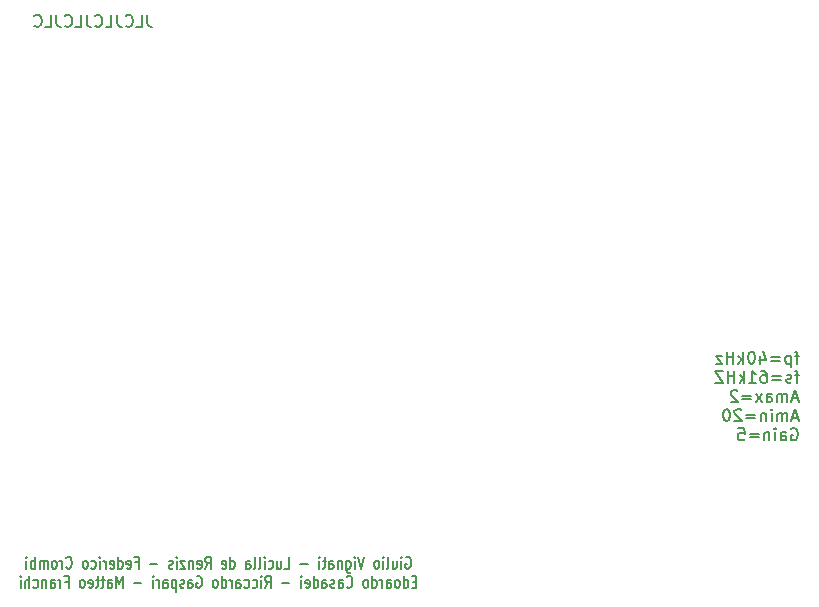
<source format=gbr>
%TF.GenerationSoftware,KiCad,Pcbnew,7.0.1*%
%TF.CreationDate,2024-05-30T20:12:37+02:00*%
%TF.ProjectId,Butterworth,42757474-6572-4776-9f72-74682e6b6963,rev?*%
%TF.SameCoordinates,Original*%
%TF.FileFunction,Legend,Bot*%
%TF.FilePolarity,Positive*%
%FSLAX46Y46*%
G04 Gerber Fmt 4.6, Leading zero omitted, Abs format (unit mm)*
G04 Created by KiCad (PCBNEW 7.0.1) date 2024-05-30 20:12:37*
%MOMM*%
%LPD*%
G01*
G04 APERTURE LIST*
%ADD10C,0.150000*%
G04 APERTURE END LIST*
D10*
X148654761Y-73230952D02*
X148273809Y-73230952D01*
X148511904Y-73897619D02*
X148511904Y-73040476D01*
X148511904Y-73040476D02*
X148464285Y-72945238D01*
X148464285Y-72945238D02*
X148369047Y-72897619D01*
X148369047Y-72897619D02*
X148273809Y-72897619D01*
X147940475Y-73230952D02*
X147940475Y-74230952D01*
X147940475Y-73278571D02*
X147845237Y-73230952D01*
X147845237Y-73230952D02*
X147654761Y-73230952D01*
X147654761Y-73230952D02*
X147559523Y-73278571D01*
X147559523Y-73278571D02*
X147511904Y-73326190D01*
X147511904Y-73326190D02*
X147464285Y-73421428D01*
X147464285Y-73421428D02*
X147464285Y-73707142D01*
X147464285Y-73707142D02*
X147511904Y-73802380D01*
X147511904Y-73802380D02*
X147559523Y-73850000D01*
X147559523Y-73850000D02*
X147654761Y-73897619D01*
X147654761Y-73897619D02*
X147845237Y-73897619D01*
X147845237Y-73897619D02*
X147940475Y-73850000D01*
X147035713Y-73373809D02*
X146273809Y-73373809D01*
X146273809Y-73659523D02*
X147035713Y-73659523D01*
X145369047Y-73230952D02*
X145369047Y-73897619D01*
X145607142Y-72850000D02*
X145845237Y-73564285D01*
X145845237Y-73564285D02*
X145226190Y-73564285D01*
X144654761Y-72897619D02*
X144559523Y-72897619D01*
X144559523Y-72897619D02*
X144464285Y-72945238D01*
X144464285Y-72945238D02*
X144416666Y-72992857D01*
X144416666Y-72992857D02*
X144369047Y-73088095D01*
X144369047Y-73088095D02*
X144321428Y-73278571D01*
X144321428Y-73278571D02*
X144321428Y-73516666D01*
X144321428Y-73516666D02*
X144369047Y-73707142D01*
X144369047Y-73707142D02*
X144416666Y-73802380D01*
X144416666Y-73802380D02*
X144464285Y-73850000D01*
X144464285Y-73850000D02*
X144559523Y-73897619D01*
X144559523Y-73897619D02*
X144654761Y-73897619D01*
X144654761Y-73897619D02*
X144749999Y-73850000D01*
X144749999Y-73850000D02*
X144797618Y-73802380D01*
X144797618Y-73802380D02*
X144845237Y-73707142D01*
X144845237Y-73707142D02*
X144892856Y-73516666D01*
X144892856Y-73516666D02*
X144892856Y-73278571D01*
X144892856Y-73278571D02*
X144845237Y-73088095D01*
X144845237Y-73088095D02*
X144797618Y-72992857D01*
X144797618Y-72992857D02*
X144749999Y-72945238D01*
X144749999Y-72945238D02*
X144654761Y-72897619D01*
X143892856Y-73897619D02*
X143892856Y-72897619D01*
X143797618Y-73516666D02*
X143511904Y-73897619D01*
X143511904Y-73230952D02*
X143892856Y-73611904D01*
X143083332Y-73897619D02*
X143083332Y-72897619D01*
X143083332Y-73373809D02*
X142511904Y-73373809D01*
X142511904Y-73897619D02*
X142511904Y-72897619D01*
X142130951Y-73230952D02*
X141607142Y-73230952D01*
X141607142Y-73230952D02*
X142130951Y-73897619D01*
X142130951Y-73897619D02*
X141607142Y-73897619D01*
X148654761Y-74850952D02*
X148273809Y-74850952D01*
X148511904Y-75517619D02*
X148511904Y-74660476D01*
X148511904Y-74660476D02*
X148464285Y-74565238D01*
X148464285Y-74565238D02*
X148369047Y-74517619D01*
X148369047Y-74517619D02*
X148273809Y-74517619D01*
X147988094Y-75470000D02*
X147892856Y-75517619D01*
X147892856Y-75517619D02*
X147702380Y-75517619D01*
X147702380Y-75517619D02*
X147607142Y-75470000D01*
X147607142Y-75470000D02*
X147559523Y-75374761D01*
X147559523Y-75374761D02*
X147559523Y-75327142D01*
X147559523Y-75327142D02*
X147607142Y-75231904D01*
X147607142Y-75231904D02*
X147702380Y-75184285D01*
X147702380Y-75184285D02*
X147845237Y-75184285D01*
X147845237Y-75184285D02*
X147940475Y-75136666D01*
X147940475Y-75136666D02*
X147988094Y-75041428D01*
X147988094Y-75041428D02*
X147988094Y-74993809D01*
X147988094Y-74993809D02*
X147940475Y-74898571D01*
X147940475Y-74898571D02*
X147845237Y-74850952D01*
X147845237Y-74850952D02*
X147702380Y-74850952D01*
X147702380Y-74850952D02*
X147607142Y-74898571D01*
X147130951Y-74993809D02*
X146369047Y-74993809D01*
X146369047Y-75279523D02*
X147130951Y-75279523D01*
X145464285Y-74517619D02*
X145654761Y-74517619D01*
X145654761Y-74517619D02*
X145749999Y-74565238D01*
X145749999Y-74565238D02*
X145797618Y-74612857D01*
X145797618Y-74612857D02*
X145892856Y-74755714D01*
X145892856Y-74755714D02*
X145940475Y-74946190D01*
X145940475Y-74946190D02*
X145940475Y-75327142D01*
X145940475Y-75327142D02*
X145892856Y-75422380D01*
X145892856Y-75422380D02*
X145845237Y-75470000D01*
X145845237Y-75470000D02*
X145749999Y-75517619D01*
X145749999Y-75517619D02*
X145559523Y-75517619D01*
X145559523Y-75517619D02*
X145464285Y-75470000D01*
X145464285Y-75470000D02*
X145416666Y-75422380D01*
X145416666Y-75422380D02*
X145369047Y-75327142D01*
X145369047Y-75327142D02*
X145369047Y-75089047D01*
X145369047Y-75089047D02*
X145416666Y-74993809D01*
X145416666Y-74993809D02*
X145464285Y-74946190D01*
X145464285Y-74946190D02*
X145559523Y-74898571D01*
X145559523Y-74898571D02*
X145749999Y-74898571D01*
X145749999Y-74898571D02*
X145845237Y-74946190D01*
X145845237Y-74946190D02*
X145892856Y-74993809D01*
X145892856Y-74993809D02*
X145940475Y-75089047D01*
X144416666Y-75517619D02*
X144988094Y-75517619D01*
X144702380Y-75517619D02*
X144702380Y-74517619D01*
X144702380Y-74517619D02*
X144797618Y-74660476D01*
X144797618Y-74660476D02*
X144892856Y-74755714D01*
X144892856Y-74755714D02*
X144988094Y-74803333D01*
X143988094Y-75517619D02*
X143988094Y-74517619D01*
X143892856Y-75136666D02*
X143607142Y-75517619D01*
X143607142Y-74850952D02*
X143988094Y-75231904D01*
X143178570Y-75517619D02*
X143178570Y-74517619D01*
X143178570Y-74993809D02*
X142607142Y-74993809D01*
X142607142Y-75517619D02*
X142607142Y-74517619D01*
X142226189Y-74517619D02*
X141559523Y-74517619D01*
X141559523Y-74517619D02*
X142226189Y-75517619D01*
X142226189Y-75517619D02*
X141559523Y-75517619D01*
X148559523Y-76851904D02*
X148083333Y-76851904D01*
X148654761Y-77137619D02*
X148321428Y-76137619D01*
X148321428Y-76137619D02*
X147988095Y-77137619D01*
X147654761Y-77137619D02*
X147654761Y-76470952D01*
X147654761Y-76566190D02*
X147607142Y-76518571D01*
X147607142Y-76518571D02*
X147511904Y-76470952D01*
X147511904Y-76470952D02*
X147369047Y-76470952D01*
X147369047Y-76470952D02*
X147273809Y-76518571D01*
X147273809Y-76518571D02*
X147226190Y-76613809D01*
X147226190Y-76613809D02*
X147226190Y-77137619D01*
X147226190Y-76613809D02*
X147178571Y-76518571D01*
X147178571Y-76518571D02*
X147083333Y-76470952D01*
X147083333Y-76470952D02*
X146940476Y-76470952D01*
X146940476Y-76470952D02*
X146845237Y-76518571D01*
X146845237Y-76518571D02*
X146797618Y-76613809D01*
X146797618Y-76613809D02*
X146797618Y-77137619D01*
X145892857Y-77137619D02*
X145892857Y-76613809D01*
X145892857Y-76613809D02*
X145940476Y-76518571D01*
X145940476Y-76518571D02*
X146035714Y-76470952D01*
X146035714Y-76470952D02*
X146226190Y-76470952D01*
X146226190Y-76470952D02*
X146321428Y-76518571D01*
X145892857Y-77090000D02*
X145988095Y-77137619D01*
X145988095Y-77137619D02*
X146226190Y-77137619D01*
X146226190Y-77137619D02*
X146321428Y-77090000D01*
X146321428Y-77090000D02*
X146369047Y-76994761D01*
X146369047Y-76994761D02*
X146369047Y-76899523D01*
X146369047Y-76899523D02*
X146321428Y-76804285D01*
X146321428Y-76804285D02*
X146226190Y-76756666D01*
X146226190Y-76756666D02*
X145988095Y-76756666D01*
X145988095Y-76756666D02*
X145892857Y-76709047D01*
X145511904Y-77137619D02*
X144988095Y-76470952D01*
X145511904Y-76470952D02*
X144988095Y-77137619D01*
X144607142Y-76613809D02*
X143845238Y-76613809D01*
X143845238Y-76899523D02*
X144607142Y-76899523D01*
X143416666Y-76232857D02*
X143369047Y-76185238D01*
X143369047Y-76185238D02*
X143273809Y-76137619D01*
X143273809Y-76137619D02*
X143035714Y-76137619D01*
X143035714Y-76137619D02*
X142940476Y-76185238D01*
X142940476Y-76185238D02*
X142892857Y-76232857D01*
X142892857Y-76232857D02*
X142845238Y-76328095D01*
X142845238Y-76328095D02*
X142845238Y-76423333D01*
X142845238Y-76423333D02*
X142892857Y-76566190D01*
X142892857Y-76566190D02*
X143464285Y-77137619D01*
X143464285Y-77137619D02*
X142845238Y-77137619D01*
X148559523Y-78471904D02*
X148083333Y-78471904D01*
X148654761Y-78757619D02*
X148321428Y-77757619D01*
X148321428Y-77757619D02*
X147988095Y-78757619D01*
X147654761Y-78757619D02*
X147654761Y-78090952D01*
X147654761Y-78186190D02*
X147607142Y-78138571D01*
X147607142Y-78138571D02*
X147511904Y-78090952D01*
X147511904Y-78090952D02*
X147369047Y-78090952D01*
X147369047Y-78090952D02*
X147273809Y-78138571D01*
X147273809Y-78138571D02*
X147226190Y-78233809D01*
X147226190Y-78233809D02*
X147226190Y-78757619D01*
X147226190Y-78233809D02*
X147178571Y-78138571D01*
X147178571Y-78138571D02*
X147083333Y-78090952D01*
X147083333Y-78090952D02*
X146940476Y-78090952D01*
X146940476Y-78090952D02*
X146845237Y-78138571D01*
X146845237Y-78138571D02*
X146797618Y-78233809D01*
X146797618Y-78233809D02*
X146797618Y-78757619D01*
X146321428Y-78757619D02*
X146321428Y-78090952D01*
X146321428Y-77757619D02*
X146369047Y-77805238D01*
X146369047Y-77805238D02*
X146321428Y-77852857D01*
X146321428Y-77852857D02*
X146273809Y-77805238D01*
X146273809Y-77805238D02*
X146321428Y-77757619D01*
X146321428Y-77757619D02*
X146321428Y-77852857D01*
X145845238Y-78090952D02*
X145845238Y-78757619D01*
X145845238Y-78186190D02*
X145797619Y-78138571D01*
X145797619Y-78138571D02*
X145702381Y-78090952D01*
X145702381Y-78090952D02*
X145559524Y-78090952D01*
X145559524Y-78090952D02*
X145464286Y-78138571D01*
X145464286Y-78138571D02*
X145416667Y-78233809D01*
X145416667Y-78233809D02*
X145416667Y-78757619D01*
X144940476Y-78233809D02*
X144178572Y-78233809D01*
X144178572Y-78519523D02*
X144940476Y-78519523D01*
X143750000Y-77852857D02*
X143702381Y-77805238D01*
X143702381Y-77805238D02*
X143607143Y-77757619D01*
X143607143Y-77757619D02*
X143369048Y-77757619D01*
X143369048Y-77757619D02*
X143273810Y-77805238D01*
X143273810Y-77805238D02*
X143226191Y-77852857D01*
X143226191Y-77852857D02*
X143178572Y-77948095D01*
X143178572Y-77948095D02*
X143178572Y-78043333D01*
X143178572Y-78043333D02*
X143226191Y-78186190D01*
X143226191Y-78186190D02*
X143797619Y-78757619D01*
X143797619Y-78757619D02*
X143178572Y-78757619D01*
X142559524Y-77757619D02*
X142464286Y-77757619D01*
X142464286Y-77757619D02*
X142369048Y-77805238D01*
X142369048Y-77805238D02*
X142321429Y-77852857D01*
X142321429Y-77852857D02*
X142273810Y-77948095D01*
X142273810Y-77948095D02*
X142226191Y-78138571D01*
X142226191Y-78138571D02*
X142226191Y-78376666D01*
X142226191Y-78376666D02*
X142273810Y-78567142D01*
X142273810Y-78567142D02*
X142321429Y-78662380D01*
X142321429Y-78662380D02*
X142369048Y-78710000D01*
X142369048Y-78710000D02*
X142464286Y-78757619D01*
X142464286Y-78757619D02*
X142559524Y-78757619D01*
X142559524Y-78757619D02*
X142654762Y-78710000D01*
X142654762Y-78710000D02*
X142702381Y-78662380D01*
X142702381Y-78662380D02*
X142750000Y-78567142D01*
X142750000Y-78567142D02*
X142797619Y-78376666D01*
X142797619Y-78376666D02*
X142797619Y-78138571D01*
X142797619Y-78138571D02*
X142750000Y-77948095D01*
X142750000Y-77948095D02*
X142702381Y-77852857D01*
X142702381Y-77852857D02*
X142654762Y-77805238D01*
X142654762Y-77805238D02*
X142559524Y-77757619D01*
X147988095Y-79425238D02*
X148083333Y-79377619D01*
X148083333Y-79377619D02*
X148226190Y-79377619D01*
X148226190Y-79377619D02*
X148369047Y-79425238D01*
X148369047Y-79425238D02*
X148464285Y-79520476D01*
X148464285Y-79520476D02*
X148511904Y-79615714D01*
X148511904Y-79615714D02*
X148559523Y-79806190D01*
X148559523Y-79806190D02*
X148559523Y-79949047D01*
X148559523Y-79949047D02*
X148511904Y-80139523D01*
X148511904Y-80139523D02*
X148464285Y-80234761D01*
X148464285Y-80234761D02*
X148369047Y-80330000D01*
X148369047Y-80330000D02*
X148226190Y-80377619D01*
X148226190Y-80377619D02*
X148130952Y-80377619D01*
X148130952Y-80377619D02*
X147988095Y-80330000D01*
X147988095Y-80330000D02*
X147940476Y-80282380D01*
X147940476Y-80282380D02*
X147940476Y-79949047D01*
X147940476Y-79949047D02*
X148130952Y-79949047D01*
X147083333Y-80377619D02*
X147083333Y-79853809D01*
X147083333Y-79853809D02*
X147130952Y-79758571D01*
X147130952Y-79758571D02*
X147226190Y-79710952D01*
X147226190Y-79710952D02*
X147416666Y-79710952D01*
X147416666Y-79710952D02*
X147511904Y-79758571D01*
X147083333Y-80330000D02*
X147178571Y-80377619D01*
X147178571Y-80377619D02*
X147416666Y-80377619D01*
X147416666Y-80377619D02*
X147511904Y-80330000D01*
X147511904Y-80330000D02*
X147559523Y-80234761D01*
X147559523Y-80234761D02*
X147559523Y-80139523D01*
X147559523Y-80139523D02*
X147511904Y-80044285D01*
X147511904Y-80044285D02*
X147416666Y-79996666D01*
X147416666Y-79996666D02*
X147178571Y-79996666D01*
X147178571Y-79996666D02*
X147083333Y-79949047D01*
X146607142Y-80377619D02*
X146607142Y-79710952D01*
X146607142Y-79377619D02*
X146654761Y-79425238D01*
X146654761Y-79425238D02*
X146607142Y-79472857D01*
X146607142Y-79472857D02*
X146559523Y-79425238D01*
X146559523Y-79425238D02*
X146607142Y-79377619D01*
X146607142Y-79377619D02*
X146607142Y-79472857D01*
X146130952Y-79710952D02*
X146130952Y-80377619D01*
X146130952Y-79806190D02*
X146083333Y-79758571D01*
X146083333Y-79758571D02*
X145988095Y-79710952D01*
X145988095Y-79710952D02*
X145845238Y-79710952D01*
X145845238Y-79710952D02*
X145750000Y-79758571D01*
X145750000Y-79758571D02*
X145702381Y-79853809D01*
X145702381Y-79853809D02*
X145702381Y-80377619D01*
X145226190Y-79853809D02*
X144464286Y-79853809D01*
X144464286Y-80139523D02*
X145226190Y-80139523D01*
X143511905Y-79377619D02*
X143988095Y-79377619D01*
X143988095Y-79377619D02*
X144035714Y-79853809D01*
X144035714Y-79853809D02*
X143988095Y-79806190D01*
X143988095Y-79806190D02*
X143892857Y-79758571D01*
X143892857Y-79758571D02*
X143654762Y-79758571D01*
X143654762Y-79758571D02*
X143559524Y-79806190D01*
X143559524Y-79806190D02*
X143511905Y-79853809D01*
X143511905Y-79853809D02*
X143464286Y-79949047D01*
X143464286Y-79949047D02*
X143464286Y-80187142D01*
X143464286Y-80187142D02*
X143511905Y-80282380D01*
X143511905Y-80282380D02*
X143559524Y-80330000D01*
X143559524Y-80330000D02*
X143654762Y-80377619D01*
X143654762Y-80377619D02*
X143892857Y-80377619D01*
X143892857Y-80377619D02*
X143988095Y-80330000D01*
X143988095Y-80330000D02*
X144035714Y-80282380D01*
X115347620Y-90305238D02*
X115423810Y-90257619D01*
X115423810Y-90257619D02*
X115538096Y-90257619D01*
X115538096Y-90257619D02*
X115652382Y-90305238D01*
X115652382Y-90305238D02*
X115728572Y-90400476D01*
X115728572Y-90400476D02*
X115766667Y-90495714D01*
X115766667Y-90495714D02*
X115804763Y-90686190D01*
X115804763Y-90686190D02*
X115804763Y-90829047D01*
X115804763Y-90829047D02*
X115766667Y-91019523D01*
X115766667Y-91019523D02*
X115728572Y-91114761D01*
X115728572Y-91114761D02*
X115652382Y-91210000D01*
X115652382Y-91210000D02*
X115538096Y-91257619D01*
X115538096Y-91257619D02*
X115461905Y-91257619D01*
X115461905Y-91257619D02*
X115347620Y-91210000D01*
X115347620Y-91210000D02*
X115309524Y-91162380D01*
X115309524Y-91162380D02*
X115309524Y-90829047D01*
X115309524Y-90829047D02*
X115461905Y-90829047D01*
X114966667Y-91257619D02*
X114966667Y-90590952D01*
X114966667Y-90257619D02*
X115004763Y-90305238D01*
X115004763Y-90305238D02*
X114966667Y-90352857D01*
X114966667Y-90352857D02*
X114928572Y-90305238D01*
X114928572Y-90305238D02*
X114966667Y-90257619D01*
X114966667Y-90257619D02*
X114966667Y-90352857D01*
X114242858Y-90590952D02*
X114242858Y-91257619D01*
X114585715Y-90590952D02*
X114585715Y-91114761D01*
X114585715Y-91114761D02*
X114547620Y-91210000D01*
X114547620Y-91210000D02*
X114471430Y-91257619D01*
X114471430Y-91257619D02*
X114357144Y-91257619D01*
X114357144Y-91257619D02*
X114280953Y-91210000D01*
X114280953Y-91210000D02*
X114242858Y-91162380D01*
X113747620Y-91257619D02*
X113823810Y-91210000D01*
X113823810Y-91210000D02*
X113861905Y-91114761D01*
X113861905Y-91114761D02*
X113861905Y-90257619D01*
X113442857Y-91257619D02*
X113442857Y-90590952D01*
X113442857Y-90257619D02*
X113480953Y-90305238D01*
X113480953Y-90305238D02*
X113442857Y-90352857D01*
X113442857Y-90352857D02*
X113404762Y-90305238D01*
X113404762Y-90305238D02*
X113442857Y-90257619D01*
X113442857Y-90257619D02*
X113442857Y-90352857D01*
X112947620Y-91257619D02*
X113023810Y-91210000D01*
X113023810Y-91210000D02*
X113061905Y-91162380D01*
X113061905Y-91162380D02*
X113100001Y-91067142D01*
X113100001Y-91067142D02*
X113100001Y-90781428D01*
X113100001Y-90781428D02*
X113061905Y-90686190D01*
X113061905Y-90686190D02*
X113023810Y-90638571D01*
X113023810Y-90638571D02*
X112947620Y-90590952D01*
X112947620Y-90590952D02*
X112833334Y-90590952D01*
X112833334Y-90590952D02*
X112757143Y-90638571D01*
X112757143Y-90638571D02*
X112719048Y-90686190D01*
X112719048Y-90686190D02*
X112680953Y-90781428D01*
X112680953Y-90781428D02*
X112680953Y-91067142D01*
X112680953Y-91067142D02*
X112719048Y-91162380D01*
X112719048Y-91162380D02*
X112757143Y-91210000D01*
X112757143Y-91210000D02*
X112833334Y-91257619D01*
X112833334Y-91257619D02*
X112947620Y-91257619D01*
X111842857Y-90257619D02*
X111576190Y-91257619D01*
X111576190Y-91257619D02*
X111309524Y-90257619D01*
X111042857Y-91257619D02*
X111042857Y-90590952D01*
X111042857Y-90257619D02*
X111080953Y-90305238D01*
X111080953Y-90305238D02*
X111042857Y-90352857D01*
X111042857Y-90352857D02*
X111004762Y-90305238D01*
X111004762Y-90305238D02*
X111042857Y-90257619D01*
X111042857Y-90257619D02*
X111042857Y-90352857D01*
X110319048Y-90590952D02*
X110319048Y-91400476D01*
X110319048Y-91400476D02*
X110357143Y-91495714D01*
X110357143Y-91495714D02*
X110395239Y-91543333D01*
X110395239Y-91543333D02*
X110471429Y-91590952D01*
X110471429Y-91590952D02*
X110585715Y-91590952D01*
X110585715Y-91590952D02*
X110661905Y-91543333D01*
X110319048Y-91210000D02*
X110395239Y-91257619D01*
X110395239Y-91257619D02*
X110547620Y-91257619D01*
X110547620Y-91257619D02*
X110623810Y-91210000D01*
X110623810Y-91210000D02*
X110661905Y-91162380D01*
X110661905Y-91162380D02*
X110700001Y-91067142D01*
X110700001Y-91067142D02*
X110700001Y-90781428D01*
X110700001Y-90781428D02*
X110661905Y-90686190D01*
X110661905Y-90686190D02*
X110623810Y-90638571D01*
X110623810Y-90638571D02*
X110547620Y-90590952D01*
X110547620Y-90590952D02*
X110395239Y-90590952D01*
X110395239Y-90590952D02*
X110319048Y-90638571D01*
X109938095Y-90590952D02*
X109938095Y-91257619D01*
X109938095Y-90686190D02*
X109900000Y-90638571D01*
X109900000Y-90638571D02*
X109823810Y-90590952D01*
X109823810Y-90590952D02*
X109709524Y-90590952D01*
X109709524Y-90590952D02*
X109633333Y-90638571D01*
X109633333Y-90638571D02*
X109595238Y-90733809D01*
X109595238Y-90733809D02*
X109595238Y-91257619D01*
X108871428Y-91257619D02*
X108871428Y-90733809D01*
X108871428Y-90733809D02*
X108909523Y-90638571D01*
X108909523Y-90638571D02*
X108985714Y-90590952D01*
X108985714Y-90590952D02*
X109138095Y-90590952D01*
X109138095Y-90590952D02*
X109214285Y-90638571D01*
X108871428Y-91210000D02*
X108947619Y-91257619D01*
X108947619Y-91257619D02*
X109138095Y-91257619D01*
X109138095Y-91257619D02*
X109214285Y-91210000D01*
X109214285Y-91210000D02*
X109252381Y-91114761D01*
X109252381Y-91114761D02*
X109252381Y-91019523D01*
X109252381Y-91019523D02*
X109214285Y-90924285D01*
X109214285Y-90924285D02*
X109138095Y-90876666D01*
X109138095Y-90876666D02*
X108947619Y-90876666D01*
X108947619Y-90876666D02*
X108871428Y-90829047D01*
X108604761Y-90590952D02*
X108299999Y-90590952D01*
X108490475Y-90257619D02*
X108490475Y-91114761D01*
X108490475Y-91114761D02*
X108452380Y-91210000D01*
X108452380Y-91210000D02*
X108376190Y-91257619D01*
X108376190Y-91257619D02*
X108299999Y-91257619D01*
X108033332Y-91257619D02*
X108033332Y-90590952D01*
X108033332Y-90257619D02*
X108071428Y-90305238D01*
X108071428Y-90305238D02*
X108033332Y-90352857D01*
X108033332Y-90352857D02*
X107995237Y-90305238D01*
X107995237Y-90305238D02*
X108033332Y-90257619D01*
X108033332Y-90257619D02*
X108033332Y-90352857D01*
X107042856Y-90876666D02*
X106433333Y-90876666D01*
X105061904Y-91257619D02*
X105442856Y-91257619D01*
X105442856Y-91257619D02*
X105442856Y-90257619D01*
X104452380Y-90590952D02*
X104452380Y-91257619D01*
X104795237Y-90590952D02*
X104795237Y-91114761D01*
X104795237Y-91114761D02*
X104757142Y-91210000D01*
X104757142Y-91210000D02*
X104680952Y-91257619D01*
X104680952Y-91257619D02*
X104566666Y-91257619D01*
X104566666Y-91257619D02*
X104490475Y-91210000D01*
X104490475Y-91210000D02*
X104452380Y-91162380D01*
X103728570Y-91210000D02*
X103804761Y-91257619D01*
X103804761Y-91257619D02*
X103957142Y-91257619D01*
X103957142Y-91257619D02*
X104033332Y-91210000D01*
X104033332Y-91210000D02*
X104071427Y-91162380D01*
X104071427Y-91162380D02*
X104109523Y-91067142D01*
X104109523Y-91067142D02*
X104109523Y-90781428D01*
X104109523Y-90781428D02*
X104071427Y-90686190D01*
X104071427Y-90686190D02*
X104033332Y-90638571D01*
X104033332Y-90638571D02*
X103957142Y-90590952D01*
X103957142Y-90590952D02*
X103804761Y-90590952D01*
X103804761Y-90590952D02*
X103728570Y-90638571D01*
X103385713Y-91257619D02*
X103385713Y-90590952D01*
X103385713Y-90257619D02*
X103423809Y-90305238D01*
X103423809Y-90305238D02*
X103385713Y-90352857D01*
X103385713Y-90352857D02*
X103347618Y-90305238D01*
X103347618Y-90305238D02*
X103385713Y-90257619D01*
X103385713Y-90257619D02*
X103385713Y-90352857D01*
X102890476Y-91257619D02*
X102966666Y-91210000D01*
X102966666Y-91210000D02*
X103004761Y-91114761D01*
X103004761Y-91114761D02*
X103004761Y-90257619D01*
X102471428Y-91257619D02*
X102547618Y-91210000D01*
X102547618Y-91210000D02*
X102585713Y-91114761D01*
X102585713Y-91114761D02*
X102585713Y-90257619D01*
X101823808Y-91257619D02*
X101823808Y-90733809D01*
X101823808Y-90733809D02*
X101861903Y-90638571D01*
X101861903Y-90638571D02*
X101938094Y-90590952D01*
X101938094Y-90590952D02*
X102090475Y-90590952D01*
X102090475Y-90590952D02*
X102166665Y-90638571D01*
X101823808Y-91210000D02*
X101899999Y-91257619D01*
X101899999Y-91257619D02*
X102090475Y-91257619D01*
X102090475Y-91257619D02*
X102166665Y-91210000D01*
X102166665Y-91210000D02*
X102204761Y-91114761D01*
X102204761Y-91114761D02*
X102204761Y-91019523D01*
X102204761Y-91019523D02*
X102166665Y-90924285D01*
X102166665Y-90924285D02*
X102090475Y-90876666D01*
X102090475Y-90876666D02*
X101899999Y-90876666D01*
X101899999Y-90876666D02*
X101823808Y-90829047D01*
X100490474Y-91257619D02*
X100490474Y-90257619D01*
X100490474Y-91210000D02*
X100566665Y-91257619D01*
X100566665Y-91257619D02*
X100719046Y-91257619D01*
X100719046Y-91257619D02*
X100795236Y-91210000D01*
X100795236Y-91210000D02*
X100833331Y-91162380D01*
X100833331Y-91162380D02*
X100871427Y-91067142D01*
X100871427Y-91067142D02*
X100871427Y-90781428D01*
X100871427Y-90781428D02*
X100833331Y-90686190D01*
X100833331Y-90686190D02*
X100795236Y-90638571D01*
X100795236Y-90638571D02*
X100719046Y-90590952D01*
X100719046Y-90590952D02*
X100566665Y-90590952D01*
X100566665Y-90590952D02*
X100490474Y-90638571D01*
X99804759Y-91210000D02*
X99880950Y-91257619D01*
X99880950Y-91257619D02*
X100033331Y-91257619D01*
X100033331Y-91257619D02*
X100109521Y-91210000D01*
X100109521Y-91210000D02*
X100147617Y-91114761D01*
X100147617Y-91114761D02*
X100147617Y-90733809D01*
X100147617Y-90733809D02*
X100109521Y-90638571D01*
X100109521Y-90638571D02*
X100033331Y-90590952D01*
X100033331Y-90590952D02*
X99880950Y-90590952D01*
X99880950Y-90590952D02*
X99804759Y-90638571D01*
X99804759Y-90638571D02*
X99766664Y-90733809D01*
X99766664Y-90733809D02*
X99766664Y-90829047D01*
X99766664Y-90829047D02*
X100147617Y-90924285D01*
X98357140Y-91257619D02*
X98623807Y-90781428D01*
X98814283Y-91257619D02*
X98814283Y-90257619D01*
X98814283Y-90257619D02*
X98509521Y-90257619D01*
X98509521Y-90257619D02*
X98433331Y-90305238D01*
X98433331Y-90305238D02*
X98395236Y-90352857D01*
X98395236Y-90352857D02*
X98357140Y-90448095D01*
X98357140Y-90448095D02*
X98357140Y-90590952D01*
X98357140Y-90590952D02*
X98395236Y-90686190D01*
X98395236Y-90686190D02*
X98433331Y-90733809D01*
X98433331Y-90733809D02*
X98509521Y-90781428D01*
X98509521Y-90781428D02*
X98814283Y-90781428D01*
X97709521Y-91210000D02*
X97785712Y-91257619D01*
X97785712Y-91257619D02*
X97938093Y-91257619D01*
X97938093Y-91257619D02*
X98014283Y-91210000D01*
X98014283Y-91210000D02*
X98052379Y-91114761D01*
X98052379Y-91114761D02*
X98052379Y-90733809D01*
X98052379Y-90733809D02*
X98014283Y-90638571D01*
X98014283Y-90638571D02*
X97938093Y-90590952D01*
X97938093Y-90590952D02*
X97785712Y-90590952D01*
X97785712Y-90590952D02*
X97709521Y-90638571D01*
X97709521Y-90638571D02*
X97671426Y-90733809D01*
X97671426Y-90733809D02*
X97671426Y-90829047D01*
X97671426Y-90829047D02*
X98052379Y-90924285D01*
X97328569Y-90590952D02*
X97328569Y-91257619D01*
X97328569Y-90686190D02*
X97290474Y-90638571D01*
X97290474Y-90638571D02*
X97214284Y-90590952D01*
X97214284Y-90590952D02*
X97099998Y-90590952D01*
X97099998Y-90590952D02*
X97023807Y-90638571D01*
X97023807Y-90638571D02*
X96985712Y-90733809D01*
X96985712Y-90733809D02*
X96985712Y-91257619D01*
X96680950Y-90590952D02*
X96261902Y-90590952D01*
X96261902Y-90590952D02*
X96680950Y-91257619D01*
X96680950Y-91257619D02*
X96261902Y-91257619D01*
X95957140Y-91257619D02*
X95957140Y-90590952D01*
X95957140Y-90257619D02*
X95995236Y-90305238D01*
X95995236Y-90305238D02*
X95957140Y-90352857D01*
X95957140Y-90352857D02*
X95919045Y-90305238D01*
X95919045Y-90305238D02*
X95957140Y-90257619D01*
X95957140Y-90257619D02*
X95957140Y-90352857D01*
X95614284Y-91210000D02*
X95538093Y-91257619D01*
X95538093Y-91257619D02*
X95385712Y-91257619D01*
X95385712Y-91257619D02*
X95309522Y-91210000D01*
X95309522Y-91210000D02*
X95271426Y-91114761D01*
X95271426Y-91114761D02*
X95271426Y-91067142D01*
X95271426Y-91067142D02*
X95309522Y-90971904D01*
X95309522Y-90971904D02*
X95385712Y-90924285D01*
X95385712Y-90924285D02*
X95499998Y-90924285D01*
X95499998Y-90924285D02*
X95576188Y-90876666D01*
X95576188Y-90876666D02*
X95614284Y-90781428D01*
X95614284Y-90781428D02*
X95614284Y-90733809D01*
X95614284Y-90733809D02*
X95576188Y-90638571D01*
X95576188Y-90638571D02*
X95499998Y-90590952D01*
X95499998Y-90590952D02*
X95385712Y-90590952D01*
X95385712Y-90590952D02*
X95309522Y-90638571D01*
X94319045Y-90876666D02*
X93709522Y-90876666D01*
X92452379Y-90733809D02*
X92719045Y-90733809D01*
X92719045Y-91257619D02*
X92719045Y-90257619D01*
X92719045Y-90257619D02*
X92338093Y-90257619D01*
X91728569Y-91210000D02*
X91804760Y-91257619D01*
X91804760Y-91257619D02*
X91957141Y-91257619D01*
X91957141Y-91257619D02*
X92033331Y-91210000D01*
X92033331Y-91210000D02*
X92071427Y-91114761D01*
X92071427Y-91114761D02*
X92071427Y-90733809D01*
X92071427Y-90733809D02*
X92033331Y-90638571D01*
X92033331Y-90638571D02*
X91957141Y-90590952D01*
X91957141Y-90590952D02*
X91804760Y-90590952D01*
X91804760Y-90590952D02*
X91728569Y-90638571D01*
X91728569Y-90638571D02*
X91690474Y-90733809D01*
X91690474Y-90733809D02*
X91690474Y-90829047D01*
X91690474Y-90829047D02*
X92071427Y-90924285D01*
X91004760Y-91257619D02*
X91004760Y-90257619D01*
X91004760Y-91210000D02*
X91080951Y-91257619D01*
X91080951Y-91257619D02*
X91233332Y-91257619D01*
X91233332Y-91257619D02*
X91309522Y-91210000D01*
X91309522Y-91210000D02*
X91347617Y-91162380D01*
X91347617Y-91162380D02*
X91385713Y-91067142D01*
X91385713Y-91067142D02*
X91385713Y-90781428D01*
X91385713Y-90781428D02*
X91347617Y-90686190D01*
X91347617Y-90686190D02*
X91309522Y-90638571D01*
X91309522Y-90638571D02*
X91233332Y-90590952D01*
X91233332Y-90590952D02*
X91080951Y-90590952D01*
X91080951Y-90590952D02*
X91004760Y-90638571D01*
X90319045Y-91210000D02*
X90395236Y-91257619D01*
X90395236Y-91257619D02*
X90547617Y-91257619D01*
X90547617Y-91257619D02*
X90623807Y-91210000D01*
X90623807Y-91210000D02*
X90661903Y-91114761D01*
X90661903Y-91114761D02*
X90661903Y-90733809D01*
X90661903Y-90733809D02*
X90623807Y-90638571D01*
X90623807Y-90638571D02*
X90547617Y-90590952D01*
X90547617Y-90590952D02*
X90395236Y-90590952D01*
X90395236Y-90590952D02*
X90319045Y-90638571D01*
X90319045Y-90638571D02*
X90280950Y-90733809D01*
X90280950Y-90733809D02*
X90280950Y-90829047D01*
X90280950Y-90829047D02*
X90661903Y-90924285D01*
X89938093Y-91257619D02*
X89938093Y-90590952D01*
X89938093Y-90781428D02*
X89899998Y-90686190D01*
X89899998Y-90686190D02*
X89861903Y-90638571D01*
X89861903Y-90638571D02*
X89785712Y-90590952D01*
X89785712Y-90590952D02*
X89709522Y-90590952D01*
X89442855Y-91257619D02*
X89442855Y-90590952D01*
X89442855Y-90257619D02*
X89480951Y-90305238D01*
X89480951Y-90305238D02*
X89442855Y-90352857D01*
X89442855Y-90352857D02*
X89404760Y-90305238D01*
X89404760Y-90305238D02*
X89442855Y-90257619D01*
X89442855Y-90257619D02*
X89442855Y-90352857D01*
X88719046Y-91210000D02*
X88795237Y-91257619D01*
X88795237Y-91257619D02*
X88947618Y-91257619D01*
X88947618Y-91257619D02*
X89023808Y-91210000D01*
X89023808Y-91210000D02*
X89061903Y-91162380D01*
X89061903Y-91162380D02*
X89099999Y-91067142D01*
X89099999Y-91067142D02*
X89099999Y-90781428D01*
X89099999Y-90781428D02*
X89061903Y-90686190D01*
X89061903Y-90686190D02*
X89023808Y-90638571D01*
X89023808Y-90638571D02*
X88947618Y-90590952D01*
X88947618Y-90590952D02*
X88795237Y-90590952D01*
X88795237Y-90590952D02*
X88719046Y-90638571D01*
X88261904Y-91257619D02*
X88338094Y-91210000D01*
X88338094Y-91210000D02*
X88376189Y-91162380D01*
X88376189Y-91162380D02*
X88414285Y-91067142D01*
X88414285Y-91067142D02*
X88414285Y-90781428D01*
X88414285Y-90781428D02*
X88376189Y-90686190D01*
X88376189Y-90686190D02*
X88338094Y-90638571D01*
X88338094Y-90638571D02*
X88261904Y-90590952D01*
X88261904Y-90590952D02*
X88147618Y-90590952D01*
X88147618Y-90590952D02*
X88071427Y-90638571D01*
X88071427Y-90638571D02*
X88033332Y-90686190D01*
X88033332Y-90686190D02*
X87995237Y-90781428D01*
X87995237Y-90781428D02*
X87995237Y-91067142D01*
X87995237Y-91067142D02*
X88033332Y-91162380D01*
X88033332Y-91162380D02*
X88071427Y-91210000D01*
X88071427Y-91210000D02*
X88147618Y-91257619D01*
X88147618Y-91257619D02*
X88261904Y-91257619D01*
X86585712Y-91162380D02*
X86623808Y-91210000D01*
X86623808Y-91210000D02*
X86738093Y-91257619D01*
X86738093Y-91257619D02*
X86814284Y-91257619D01*
X86814284Y-91257619D02*
X86928570Y-91210000D01*
X86928570Y-91210000D02*
X87004760Y-91114761D01*
X87004760Y-91114761D02*
X87042855Y-91019523D01*
X87042855Y-91019523D02*
X87080951Y-90829047D01*
X87080951Y-90829047D02*
X87080951Y-90686190D01*
X87080951Y-90686190D02*
X87042855Y-90495714D01*
X87042855Y-90495714D02*
X87004760Y-90400476D01*
X87004760Y-90400476D02*
X86928570Y-90305238D01*
X86928570Y-90305238D02*
X86814284Y-90257619D01*
X86814284Y-90257619D02*
X86738093Y-90257619D01*
X86738093Y-90257619D02*
X86623808Y-90305238D01*
X86623808Y-90305238D02*
X86585712Y-90352857D01*
X86242855Y-91257619D02*
X86242855Y-90590952D01*
X86242855Y-90781428D02*
X86204760Y-90686190D01*
X86204760Y-90686190D02*
X86166665Y-90638571D01*
X86166665Y-90638571D02*
X86090474Y-90590952D01*
X86090474Y-90590952D02*
X86014284Y-90590952D01*
X85633332Y-91257619D02*
X85709522Y-91210000D01*
X85709522Y-91210000D02*
X85747617Y-91162380D01*
X85747617Y-91162380D02*
X85785713Y-91067142D01*
X85785713Y-91067142D02*
X85785713Y-90781428D01*
X85785713Y-90781428D02*
X85747617Y-90686190D01*
X85747617Y-90686190D02*
X85709522Y-90638571D01*
X85709522Y-90638571D02*
X85633332Y-90590952D01*
X85633332Y-90590952D02*
X85519046Y-90590952D01*
X85519046Y-90590952D02*
X85442855Y-90638571D01*
X85442855Y-90638571D02*
X85404760Y-90686190D01*
X85404760Y-90686190D02*
X85366665Y-90781428D01*
X85366665Y-90781428D02*
X85366665Y-91067142D01*
X85366665Y-91067142D02*
X85404760Y-91162380D01*
X85404760Y-91162380D02*
X85442855Y-91210000D01*
X85442855Y-91210000D02*
X85519046Y-91257619D01*
X85519046Y-91257619D02*
X85633332Y-91257619D01*
X85023807Y-91257619D02*
X85023807Y-90590952D01*
X85023807Y-90686190D02*
X84985712Y-90638571D01*
X84985712Y-90638571D02*
X84909522Y-90590952D01*
X84909522Y-90590952D02*
X84795236Y-90590952D01*
X84795236Y-90590952D02*
X84719045Y-90638571D01*
X84719045Y-90638571D02*
X84680950Y-90733809D01*
X84680950Y-90733809D02*
X84680950Y-91257619D01*
X84680950Y-90733809D02*
X84642855Y-90638571D01*
X84642855Y-90638571D02*
X84566664Y-90590952D01*
X84566664Y-90590952D02*
X84452379Y-90590952D01*
X84452379Y-90590952D02*
X84376188Y-90638571D01*
X84376188Y-90638571D02*
X84338093Y-90733809D01*
X84338093Y-90733809D02*
X84338093Y-91257619D01*
X83957140Y-91257619D02*
X83957140Y-90257619D01*
X83957140Y-90638571D02*
X83880950Y-90590952D01*
X83880950Y-90590952D02*
X83728569Y-90590952D01*
X83728569Y-90590952D02*
X83652378Y-90638571D01*
X83652378Y-90638571D02*
X83614283Y-90686190D01*
X83614283Y-90686190D02*
X83576188Y-90781428D01*
X83576188Y-90781428D02*
X83576188Y-91067142D01*
X83576188Y-91067142D02*
X83614283Y-91162380D01*
X83614283Y-91162380D02*
X83652378Y-91210000D01*
X83652378Y-91210000D02*
X83728569Y-91257619D01*
X83728569Y-91257619D02*
X83880950Y-91257619D01*
X83880950Y-91257619D02*
X83957140Y-91210000D01*
X83233330Y-91257619D02*
X83233330Y-90590952D01*
X83233330Y-90257619D02*
X83271426Y-90305238D01*
X83271426Y-90305238D02*
X83233330Y-90352857D01*
X83233330Y-90352857D02*
X83195235Y-90305238D01*
X83195235Y-90305238D02*
X83233330Y-90257619D01*
X83233330Y-90257619D02*
X83233330Y-90352857D01*
X116242860Y-92353809D02*
X115976194Y-92353809D01*
X115861908Y-92877619D02*
X116242860Y-92877619D01*
X116242860Y-92877619D02*
X116242860Y-91877619D01*
X116242860Y-91877619D02*
X115861908Y-91877619D01*
X115176193Y-92877619D02*
X115176193Y-91877619D01*
X115176193Y-92830000D02*
X115252384Y-92877619D01*
X115252384Y-92877619D02*
X115404765Y-92877619D01*
X115404765Y-92877619D02*
X115480955Y-92830000D01*
X115480955Y-92830000D02*
X115519050Y-92782380D01*
X115519050Y-92782380D02*
X115557146Y-92687142D01*
X115557146Y-92687142D02*
X115557146Y-92401428D01*
X115557146Y-92401428D02*
X115519050Y-92306190D01*
X115519050Y-92306190D02*
X115480955Y-92258571D01*
X115480955Y-92258571D02*
X115404765Y-92210952D01*
X115404765Y-92210952D02*
X115252384Y-92210952D01*
X115252384Y-92210952D02*
X115176193Y-92258571D01*
X114680955Y-92877619D02*
X114757145Y-92830000D01*
X114757145Y-92830000D02*
X114795240Y-92782380D01*
X114795240Y-92782380D02*
X114833336Y-92687142D01*
X114833336Y-92687142D02*
X114833336Y-92401428D01*
X114833336Y-92401428D02*
X114795240Y-92306190D01*
X114795240Y-92306190D02*
X114757145Y-92258571D01*
X114757145Y-92258571D02*
X114680955Y-92210952D01*
X114680955Y-92210952D02*
X114566669Y-92210952D01*
X114566669Y-92210952D02*
X114490478Y-92258571D01*
X114490478Y-92258571D02*
X114452383Y-92306190D01*
X114452383Y-92306190D02*
X114414288Y-92401428D01*
X114414288Y-92401428D02*
X114414288Y-92687142D01*
X114414288Y-92687142D02*
X114452383Y-92782380D01*
X114452383Y-92782380D02*
X114490478Y-92830000D01*
X114490478Y-92830000D02*
X114566669Y-92877619D01*
X114566669Y-92877619D02*
X114680955Y-92877619D01*
X113728573Y-92877619D02*
X113728573Y-92353809D01*
X113728573Y-92353809D02*
X113766668Y-92258571D01*
X113766668Y-92258571D02*
X113842859Y-92210952D01*
X113842859Y-92210952D02*
X113995240Y-92210952D01*
X113995240Y-92210952D02*
X114071430Y-92258571D01*
X113728573Y-92830000D02*
X113804764Y-92877619D01*
X113804764Y-92877619D02*
X113995240Y-92877619D01*
X113995240Y-92877619D02*
X114071430Y-92830000D01*
X114071430Y-92830000D02*
X114109526Y-92734761D01*
X114109526Y-92734761D02*
X114109526Y-92639523D01*
X114109526Y-92639523D02*
X114071430Y-92544285D01*
X114071430Y-92544285D02*
X113995240Y-92496666D01*
X113995240Y-92496666D02*
X113804764Y-92496666D01*
X113804764Y-92496666D02*
X113728573Y-92449047D01*
X113347620Y-92877619D02*
X113347620Y-92210952D01*
X113347620Y-92401428D02*
X113309525Y-92306190D01*
X113309525Y-92306190D02*
X113271430Y-92258571D01*
X113271430Y-92258571D02*
X113195239Y-92210952D01*
X113195239Y-92210952D02*
X113119049Y-92210952D01*
X112509525Y-92877619D02*
X112509525Y-91877619D01*
X112509525Y-92830000D02*
X112585716Y-92877619D01*
X112585716Y-92877619D02*
X112738097Y-92877619D01*
X112738097Y-92877619D02*
X112814287Y-92830000D01*
X112814287Y-92830000D02*
X112852382Y-92782380D01*
X112852382Y-92782380D02*
X112890478Y-92687142D01*
X112890478Y-92687142D02*
X112890478Y-92401428D01*
X112890478Y-92401428D02*
X112852382Y-92306190D01*
X112852382Y-92306190D02*
X112814287Y-92258571D01*
X112814287Y-92258571D02*
X112738097Y-92210952D01*
X112738097Y-92210952D02*
X112585716Y-92210952D01*
X112585716Y-92210952D02*
X112509525Y-92258571D01*
X112014287Y-92877619D02*
X112090477Y-92830000D01*
X112090477Y-92830000D02*
X112128572Y-92782380D01*
X112128572Y-92782380D02*
X112166668Y-92687142D01*
X112166668Y-92687142D02*
X112166668Y-92401428D01*
X112166668Y-92401428D02*
X112128572Y-92306190D01*
X112128572Y-92306190D02*
X112090477Y-92258571D01*
X112090477Y-92258571D02*
X112014287Y-92210952D01*
X112014287Y-92210952D02*
X111900001Y-92210952D01*
X111900001Y-92210952D02*
X111823810Y-92258571D01*
X111823810Y-92258571D02*
X111785715Y-92306190D01*
X111785715Y-92306190D02*
X111747620Y-92401428D01*
X111747620Y-92401428D02*
X111747620Y-92687142D01*
X111747620Y-92687142D02*
X111785715Y-92782380D01*
X111785715Y-92782380D02*
X111823810Y-92830000D01*
X111823810Y-92830000D02*
X111900001Y-92877619D01*
X111900001Y-92877619D02*
X112014287Y-92877619D01*
X110338095Y-92782380D02*
X110376191Y-92830000D01*
X110376191Y-92830000D02*
X110490476Y-92877619D01*
X110490476Y-92877619D02*
X110566667Y-92877619D01*
X110566667Y-92877619D02*
X110680953Y-92830000D01*
X110680953Y-92830000D02*
X110757143Y-92734761D01*
X110757143Y-92734761D02*
X110795238Y-92639523D01*
X110795238Y-92639523D02*
X110833334Y-92449047D01*
X110833334Y-92449047D02*
X110833334Y-92306190D01*
X110833334Y-92306190D02*
X110795238Y-92115714D01*
X110795238Y-92115714D02*
X110757143Y-92020476D01*
X110757143Y-92020476D02*
X110680953Y-91925238D01*
X110680953Y-91925238D02*
X110566667Y-91877619D01*
X110566667Y-91877619D02*
X110490476Y-91877619D01*
X110490476Y-91877619D02*
X110376191Y-91925238D01*
X110376191Y-91925238D02*
X110338095Y-91972857D01*
X109652381Y-92877619D02*
X109652381Y-92353809D01*
X109652381Y-92353809D02*
X109690476Y-92258571D01*
X109690476Y-92258571D02*
X109766667Y-92210952D01*
X109766667Y-92210952D02*
X109919048Y-92210952D01*
X109919048Y-92210952D02*
X109995238Y-92258571D01*
X109652381Y-92830000D02*
X109728572Y-92877619D01*
X109728572Y-92877619D02*
X109919048Y-92877619D01*
X109919048Y-92877619D02*
X109995238Y-92830000D01*
X109995238Y-92830000D02*
X110033334Y-92734761D01*
X110033334Y-92734761D02*
X110033334Y-92639523D01*
X110033334Y-92639523D02*
X109995238Y-92544285D01*
X109995238Y-92544285D02*
X109919048Y-92496666D01*
X109919048Y-92496666D02*
X109728572Y-92496666D01*
X109728572Y-92496666D02*
X109652381Y-92449047D01*
X109309524Y-92830000D02*
X109233333Y-92877619D01*
X109233333Y-92877619D02*
X109080952Y-92877619D01*
X109080952Y-92877619D02*
X109004762Y-92830000D01*
X109004762Y-92830000D02*
X108966666Y-92734761D01*
X108966666Y-92734761D02*
X108966666Y-92687142D01*
X108966666Y-92687142D02*
X109004762Y-92591904D01*
X109004762Y-92591904D02*
X109080952Y-92544285D01*
X109080952Y-92544285D02*
X109195238Y-92544285D01*
X109195238Y-92544285D02*
X109271428Y-92496666D01*
X109271428Y-92496666D02*
X109309524Y-92401428D01*
X109309524Y-92401428D02*
X109309524Y-92353809D01*
X109309524Y-92353809D02*
X109271428Y-92258571D01*
X109271428Y-92258571D02*
X109195238Y-92210952D01*
X109195238Y-92210952D02*
X109080952Y-92210952D01*
X109080952Y-92210952D02*
X109004762Y-92258571D01*
X108280952Y-92877619D02*
X108280952Y-92353809D01*
X108280952Y-92353809D02*
X108319047Y-92258571D01*
X108319047Y-92258571D02*
X108395238Y-92210952D01*
X108395238Y-92210952D02*
X108547619Y-92210952D01*
X108547619Y-92210952D02*
X108623809Y-92258571D01*
X108280952Y-92830000D02*
X108357143Y-92877619D01*
X108357143Y-92877619D02*
X108547619Y-92877619D01*
X108547619Y-92877619D02*
X108623809Y-92830000D01*
X108623809Y-92830000D02*
X108661905Y-92734761D01*
X108661905Y-92734761D02*
X108661905Y-92639523D01*
X108661905Y-92639523D02*
X108623809Y-92544285D01*
X108623809Y-92544285D02*
X108547619Y-92496666D01*
X108547619Y-92496666D02*
X108357143Y-92496666D01*
X108357143Y-92496666D02*
X108280952Y-92449047D01*
X107557142Y-92877619D02*
X107557142Y-91877619D01*
X107557142Y-92830000D02*
X107633333Y-92877619D01*
X107633333Y-92877619D02*
X107785714Y-92877619D01*
X107785714Y-92877619D02*
X107861904Y-92830000D01*
X107861904Y-92830000D02*
X107899999Y-92782380D01*
X107899999Y-92782380D02*
X107938095Y-92687142D01*
X107938095Y-92687142D02*
X107938095Y-92401428D01*
X107938095Y-92401428D02*
X107899999Y-92306190D01*
X107899999Y-92306190D02*
X107861904Y-92258571D01*
X107861904Y-92258571D02*
X107785714Y-92210952D01*
X107785714Y-92210952D02*
X107633333Y-92210952D01*
X107633333Y-92210952D02*
X107557142Y-92258571D01*
X106871427Y-92830000D02*
X106947618Y-92877619D01*
X106947618Y-92877619D02*
X107099999Y-92877619D01*
X107099999Y-92877619D02*
X107176189Y-92830000D01*
X107176189Y-92830000D02*
X107214285Y-92734761D01*
X107214285Y-92734761D02*
X107214285Y-92353809D01*
X107214285Y-92353809D02*
X107176189Y-92258571D01*
X107176189Y-92258571D02*
X107099999Y-92210952D01*
X107099999Y-92210952D02*
X106947618Y-92210952D01*
X106947618Y-92210952D02*
X106871427Y-92258571D01*
X106871427Y-92258571D02*
X106833332Y-92353809D01*
X106833332Y-92353809D02*
X106833332Y-92449047D01*
X106833332Y-92449047D02*
X107214285Y-92544285D01*
X106490475Y-92877619D02*
X106490475Y-92210952D01*
X106490475Y-91877619D02*
X106528571Y-91925238D01*
X106528571Y-91925238D02*
X106490475Y-91972857D01*
X106490475Y-91972857D02*
X106452380Y-91925238D01*
X106452380Y-91925238D02*
X106490475Y-91877619D01*
X106490475Y-91877619D02*
X106490475Y-91972857D01*
X105499999Y-92496666D02*
X104890476Y-92496666D01*
X103442856Y-92877619D02*
X103709523Y-92401428D01*
X103899999Y-92877619D02*
X103899999Y-91877619D01*
X103899999Y-91877619D02*
X103595237Y-91877619D01*
X103595237Y-91877619D02*
X103519047Y-91925238D01*
X103519047Y-91925238D02*
X103480952Y-91972857D01*
X103480952Y-91972857D02*
X103442856Y-92068095D01*
X103442856Y-92068095D02*
X103442856Y-92210952D01*
X103442856Y-92210952D02*
X103480952Y-92306190D01*
X103480952Y-92306190D02*
X103519047Y-92353809D01*
X103519047Y-92353809D02*
X103595237Y-92401428D01*
X103595237Y-92401428D02*
X103899999Y-92401428D01*
X103099999Y-92877619D02*
X103099999Y-92210952D01*
X103099999Y-91877619D02*
X103138095Y-91925238D01*
X103138095Y-91925238D02*
X103099999Y-91972857D01*
X103099999Y-91972857D02*
X103061904Y-91925238D01*
X103061904Y-91925238D02*
X103099999Y-91877619D01*
X103099999Y-91877619D02*
X103099999Y-91972857D01*
X102376190Y-92830000D02*
X102452381Y-92877619D01*
X102452381Y-92877619D02*
X102604762Y-92877619D01*
X102604762Y-92877619D02*
X102680952Y-92830000D01*
X102680952Y-92830000D02*
X102719047Y-92782380D01*
X102719047Y-92782380D02*
X102757143Y-92687142D01*
X102757143Y-92687142D02*
X102757143Y-92401428D01*
X102757143Y-92401428D02*
X102719047Y-92306190D01*
X102719047Y-92306190D02*
X102680952Y-92258571D01*
X102680952Y-92258571D02*
X102604762Y-92210952D01*
X102604762Y-92210952D02*
X102452381Y-92210952D01*
X102452381Y-92210952D02*
X102376190Y-92258571D01*
X101690476Y-92830000D02*
X101766667Y-92877619D01*
X101766667Y-92877619D02*
X101919048Y-92877619D01*
X101919048Y-92877619D02*
X101995238Y-92830000D01*
X101995238Y-92830000D02*
X102033333Y-92782380D01*
X102033333Y-92782380D02*
X102071429Y-92687142D01*
X102071429Y-92687142D02*
X102071429Y-92401428D01*
X102071429Y-92401428D02*
X102033333Y-92306190D01*
X102033333Y-92306190D02*
X101995238Y-92258571D01*
X101995238Y-92258571D02*
X101919048Y-92210952D01*
X101919048Y-92210952D02*
X101766667Y-92210952D01*
X101766667Y-92210952D02*
X101690476Y-92258571D01*
X101004762Y-92877619D02*
X101004762Y-92353809D01*
X101004762Y-92353809D02*
X101042857Y-92258571D01*
X101042857Y-92258571D02*
X101119048Y-92210952D01*
X101119048Y-92210952D02*
X101271429Y-92210952D01*
X101271429Y-92210952D02*
X101347619Y-92258571D01*
X101004762Y-92830000D02*
X101080953Y-92877619D01*
X101080953Y-92877619D02*
X101271429Y-92877619D01*
X101271429Y-92877619D02*
X101347619Y-92830000D01*
X101347619Y-92830000D02*
X101385715Y-92734761D01*
X101385715Y-92734761D02*
X101385715Y-92639523D01*
X101385715Y-92639523D02*
X101347619Y-92544285D01*
X101347619Y-92544285D02*
X101271429Y-92496666D01*
X101271429Y-92496666D02*
X101080953Y-92496666D01*
X101080953Y-92496666D02*
X101004762Y-92449047D01*
X100623809Y-92877619D02*
X100623809Y-92210952D01*
X100623809Y-92401428D02*
X100585714Y-92306190D01*
X100585714Y-92306190D02*
X100547619Y-92258571D01*
X100547619Y-92258571D02*
X100471428Y-92210952D01*
X100471428Y-92210952D02*
X100395238Y-92210952D01*
X99785714Y-92877619D02*
X99785714Y-91877619D01*
X99785714Y-92830000D02*
X99861905Y-92877619D01*
X99861905Y-92877619D02*
X100014286Y-92877619D01*
X100014286Y-92877619D02*
X100090476Y-92830000D01*
X100090476Y-92830000D02*
X100128571Y-92782380D01*
X100128571Y-92782380D02*
X100166667Y-92687142D01*
X100166667Y-92687142D02*
X100166667Y-92401428D01*
X100166667Y-92401428D02*
X100128571Y-92306190D01*
X100128571Y-92306190D02*
X100090476Y-92258571D01*
X100090476Y-92258571D02*
X100014286Y-92210952D01*
X100014286Y-92210952D02*
X99861905Y-92210952D01*
X99861905Y-92210952D02*
X99785714Y-92258571D01*
X99290476Y-92877619D02*
X99366666Y-92830000D01*
X99366666Y-92830000D02*
X99404761Y-92782380D01*
X99404761Y-92782380D02*
X99442857Y-92687142D01*
X99442857Y-92687142D02*
X99442857Y-92401428D01*
X99442857Y-92401428D02*
X99404761Y-92306190D01*
X99404761Y-92306190D02*
X99366666Y-92258571D01*
X99366666Y-92258571D02*
X99290476Y-92210952D01*
X99290476Y-92210952D02*
X99176190Y-92210952D01*
X99176190Y-92210952D02*
X99099999Y-92258571D01*
X99099999Y-92258571D02*
X99061904Y-92306190D01*
X99061904Y-92306190D02*
X99023809Y-92401428D01*
X99023809Y-92401428D02*
X99023809Y-92687142D01*
X99023809Y-92687142D02*
X99061904Y-92782380D01*
X99061904Y-92782380D02*
X99099999Y-92830000D01*
X99099999Y-92830000D02*
X99176190Y-92877619D01*
X99176190Y-92877619D02*
X99290476Y-92877619D01*
X97652380Y-91925238D02*
X97728570Y-91877619D01*
X97728570Y-91877619D02*
X97842856Y-91877619D01*
X97842856Y-91877619D02*
X97957142Y-91925238D01*
X97957142Y-91925238D02*
X98033332Y-92020476D01*
X98033332Y-92020476D02*
X98071427Y-92115714D01*
X98071427Y-92115714D02*
X98109523Y-92306190D01*
X98109523Y-92306190D02*
X98109523Y-92449047D01*
X98109523Y-92449047D02*
X98071427Y-92639523D01*
X98071427Y-92639523D02*
X98033332Y-92734761D01*
X98033332Y-92734761D02*
X97957142Y-92830000D01*
X97957142Y-92830000D02*
X97842856Y-92877619D01*
X97842856Y-92877619D02*
X97766665Y-92877619D01*
X97766665Y-92877619D02*
X97652380Y-92830000D01*
X97652380Y-92830000D02*
X97614284Y-92782380D01*
X97614284Y-92782380D02*
X97614284Y-92449047D01*
X97614284Y-92449047D02*
X97766665Y-92449047D01*
X96928570Y-92877619D02*
X96928570Y-92353809D01*
X96928570Y-92353809D02*
X96966665Y-92258571D01*
X96966665Y-92258571D02*
X97042856Y-92210952D01*
X97042856Y-92210952D02*
X97195237Y-92210952D01*
X97195237Y-92210952D02*
X97271427Y-92258571D01*
X96928570Y-92830000D02*
X97004761Y-92877619D01*
X97004761Y-92877619D02*
X97195237Y-92877619D01*
X97195237Y-92877619D02*
X97271427Y-92830000D01*
X97271427Y-92830000D02*
X97309523Y-92734761D01*
X97309523Y-92734761D02*
X97309523Y-92639523D01*
X97309523Y-92639523D02*
X97271427Y-92544285D01*
X97271427Y-92544285D02*
X97195237Y-92496666D01*
X97195237Y-92496666D02*
X97004761Y-92496666D01*
X97004761Y-92496666D02*
X96928570Y-92449047D01*
X96585713Y-92830000D02*
X96509522Y-92877619D01*
X96509522Y-92877619D02*
X96357141Y-92877619D01*
X96357141Y-92877619D02*
X96280951Y-92830000D01*
X96280951Y-92830000D02*
X96242855Y-92734761D01*
X96242855Y-92734761D02*
X96242855Y-92687142D01*
X96242855Y-92687142D02*
X96280951Y-92591904D01*
X96280951Y-92591904D02*
X96357141Y-92544285D01*
X96357141Y-92544285D02*
X96471427Y-92544285D01*
X96471427Y-92544285D02*
X96547617Y-92496666D01*
X96547617Y-92496666D02*
X96585713Y-92401428D01*
X96585713Y-92401428D02*
X96585713Y-92353809D01*
X96585713Y-92353809D02*
X96547617Y-92258571D01*
X96547617Y-92258571D02*
X96471427Y-92210952D01*
X96471427Y-92210952D02*
X96357141Y-92210952D01*
X96357141Y-92210952D02*
X96280951Y-92258571D01*
X95899998Y-92210952D02*
X95899998Y-93210952D01*
X95899998Y-92258571D02*
X95823808Y-92210952D01*
X95823808Y-92210952D02*
X95671427Y-92210952D01*
X95671427Y-92210952D02*
X95595236Y-92258571D01*
X95595236Y-92258571D02*
X95557141Y-92306190D01*
X95557141Y-92306190D02*
X95519046Y-92401428D01*
X95519046Y-92401428D02*
X95519046Y-92687142D01*
X95519046Y-92687142D02*
X95557141Y-92782380D01*
X95557141Y-92782380D02*
X95595236Y-92830000D01*
X95595236Y-92830000D02*
X95671427Y-92877619D01*
X95671427Y-92877619D02*
X95823808Y-92877619D01*
X95823808Y-92877619D02*
X95899998Y-92830000D01*
X94833331Y-92877619D02*
X94833331Y-92353809D01*
X94833331Y-92353809D02*
X94871426Y-92258571D01*
X94871426Y-92258571D02*
X94947617Y-92210952D01*
X94947617Y-92210952D02*
X95099998Y-92210952D01*
X95099998Y-92210952D02*
X95176188Y-92258571D01*
X94833331Y-92830000D02*
X94909522Y-92877619D01*
X94909522Y-92877619D02*
X95099998Y-92877619D01*
X95099998Y-92877619D02*
X95176188Y-92830000D01*
X95176188Y-92830000D02*
X95214284Y-92734761D01*
X95214284Y-92734761D02*
X95214284Y-92639523D01*
X95214284Y-92639523D02*
X95176188Y-92544285D01*
X95176188Y-92544285D02*
X95099998Y-92496666D01*
X95099998Y-92496666D02*
X94909522Y-92496666D01*
X94909522Y-92496666D02*
X94833331Y-92449047D01*
X94452378Y-92877619D02*
X94452378Y-92210952D01*
X94452378Y-92401428D02*
X94414283Y-92306190D01*
X94414283Y-92306190D02*
X94376188Y-92258571D01*
X94376188Y-92258571D02*
X94299997Y-92210952D01*
X94299997Y-92210952D02*
X94223807Y-92210952D01*
X93957140Y-92877619D02*
X93957140Y-92210952D01*
X93957140Y-91877619D02*
X93995236Y-91925238D01*
X93995236Y-91925238D02*
X93957140Y-91972857D01*
X93957140Y-91972857D02*
X93919045Y-91925238D01*
X93919045Y-91925238D02*
X93957140Y-91877619D01*
X93957140Y-91877619D02*
X93957140Y-91972857D01*
X92966664Y-92496666D02*
X92357141Y-92496666D01*
X91366664Y-92877619D02*
X91366664Y-91877619D01*
X91366664Y-91877619D02*
X91099998Y-92591904D01*
X91099998Y-92591904D02*
X90833331Y-91877619D01*
X90833331Y-91877619D02*
X90833331Y-92877619D01*
X90109521Y-92877619D02*
X90109521Y-92353809D01*
X90109521Y-92353809D02*
X90147616Y-92258571D01*
X90147616Y-92258571D02*
X90223807Y-92210952D01*
X90223807Y-92210952D02*
X90376188Y-92210952D01*
X90376188Y-92210952D02*
X90452378Y-92258571D01*
X90109521Y-92830000D02*
X90185712Y-92877619D01*
X90185712Y-92877619D02*
X90376188Y-92877619D01*
X90376188Y-92877619D02*
X90452378Y-92830000D01*
X90452378Y-92830000D02*
X90490474Y-92734761D01*
X90490474Y-92734761D02*
X90490474Y-92639523D01*
X90490474Y-92639523D02*
X90452378Y-92544285D01*
X90452378Y-92544285D02*
X90376188Y-92496666D01*
X90376188Y-92496666D02*
X90185712Y-92496666D01*
X90185712Y-92496666D02*
X90109521Y-92449047D01*
X89842854Y-92210952D02*
X89538092Y-92210952D01*
X89728568Y-91877619D02*
X89728568Y-92734761D01*
X89728568Y-92734761D02*
X89690473Y-92830000D01*
X89690473Y-92830000D02*
X89614283Y-92877619D01*
X89614283Y-92877619D02*
X89538092Y-92877619D01*
X89385711Y-92210952D02*
X89080949Y-92210952D01*
X89271425Y-91877619D02*
X89271425Y-92734761D01*
X89271425Y-92734761D02*
X89233330Y-92830000D01*
X89233330Y-92830000D02*
X89157140Y-92877619D01*
X89157140Y-92877619D02*
X89080949Y-92877619D01*
X88509520Y-92830000D02*
X88585711Y-92877619D01*
X88585711Y-92877619D02*
X88738092Y-92877619D01*
X88738092Y-92877619D02*
X88814282Y-92830000D01*
X88814282Y-92830000D02*
X88852378Y-92734761D01*
X88852378Y-92734761D02*
X88852378Y-92353809D01*
X88852378Y-92353809D02*
X88814282Y-92258571D01*
X88814282Y-92258571D02*
X88738092Y-92210952D01*
X88738092Y-92210952D02*
X88585711Y-92210952D01*
X88585711Y-92210952D02*
X88509520Y-92258571D01*
X88509520Y-92258571D02*
X88471425Y-92353809D01*
X88471425Y-92353809D02*
X88471425Y-92449047D01*
X88471425Y-92449047D02*
X88852378Y-92544285D01*
X88014283Y-92877619D02*
X88090473Y-92830000D01*
X88090473Y-92830000D02*
X88128568Y-92782380D01*
X88128568Y-92782380D02*
X88166664Y-92687142D01*
X88166664Y-92687142D02*
X88166664Y-92401428D01*
X88166664Y-92401428D02*
X88128568Y-92306190D01*
X88128568Y-92306190D02*
X88090473Y-92258571D01*
X88090473Y-92258571D02*
X88014283Y-92210952D01*
X88014283Y-92210952D02*
X87899997Y-92210952D01*
X87899997Y-92210952D02*
X87823806Y-92258571D01*
X87823806Y-92258571D02*
X87785711Y-92306190D01*
X87785711Y-92306190D02*
X87747616Y-92401428D01*
X87747616Y-92401428D02*
X87747616Y-92687142D01*
X87747616Y-92687142D02*
X87785711Y-92782380D01*
X87785711Y-92782380D02*
X87823806Y-92830000D01*
X87823806Y-92830000D02*
X87899997Y-92877619D01*
X87899997Y-92877619D02*
X88014283Y-92877619D01*
X86528568Y-92353809D02*
X86795234Y-92353809D01*
X86795234Y-92877619D02*
X86795234Y-91877619D01*
X86795234Y-91877619D02*
X86414282Y-91877619D01*
X86109520Y-92877619D02*
X86109520Y-92210952D01*
X86109520Y-92401428D02*
X86071425Y-92306190D01*
X86071425Y-92306190D02*
X86033330Y-92258571D01*
X86033330Y-92258571D02*
X85957139Y-92210952D01*
X85957139Y-92210952D02*
X85880949Y-92210952D01*
X85271425Y-92877619D02*
X85271425Y-92353809D01*
X85271425Y-92353809D02*
X85309520Y-92258571D01*
X85309520Y-92258571D02*
X85385711Y-92210952D01*
X85385711Y-92210952D02*
X85538092Y-92210952D01*
X85538092Y-92210952D02*
X85614282Y-92258571D01*
X85271425Y-92830000D02*
X85347616Y-92877619D01*
X85347616Y-92877619D02*
X85538092Y-92877619D01*
X85538092Y-92877619D02*
X85614282Y-92830000D01*
X85614282Y-92830000D02*
X85652378Y-92734761D01*
X85652378Y-92734761D02*
X85652378Y-92639523D01*
X85652378Y-92639523D02*
X85614282Y-92544285D01*
X85614282Y-92544285D02*
X85538092Y-92496666D01*
X85538092Y-92496666D02*
X85347616Y-92496666D01*
X85347616Y-92496666D02*
X85271425Y-92449047D01*
X84890472Y-92210952D02*
X84890472Y-92877619D01*
X84890472Y-92306190D02*
X84852377Y-92258571D01*
X84852377Y-92258571D02*
X84776187Y-92210952D01*
X84776187Y-92210952D02*
X84661901Y-92210952D01*
X84661901Y-92210952D02*
X84585710Y-92258571D01*
X84585710Y-92258571D02*
X84547615Y-92353809D01*
X84547615Y-92353809D02*
X84547615Y-92877619D01*
X83823805Y-92830000D02*
X83899996Y-92877619D01*
X83899996Y-92877619D02*
X84052377Y-92877619D01*
X84052377Y-92877619D02*
X84128567Y-92830000D01*
X84128567Y-92830000D02*
X84166662Y-92782380D01*
X84166662Y-92782380D02*
X84204758Y-92687142D01*
X84204758Y-92687142D02*
X84204758Y-92401428D01*
X84204758Y-92401428D02*
X84166662Y-92306190D01*
X84166662Y-92306190D02*
X84128567Y-92258571D01*
X84128567Y-92258571D02*
X84052377Y-92210952D01*
X84052377Y-92210952D02*
X83899996Y-92210952D01*
X83899996Y-92210952D02*
X83823805Y-92258571D01*
X83480948Y-92877619D02*
X83480948Y-91877619D01*
X83138091Y-92877619D02*
X83138091Y-92353809D01*
X83138091Y-92353809D02*
X83176186Y-92258571D01*
X83176186Y-92258571D02*
X83252377Y-92210952D01*
X83252377Y-92210952D02*
X83366663Y-92210952D01*
X83366663Y-92210952D02*
X83442853Y-92258571D01*
X83442853Y-92258571D02*
X83480948Y-92306190D01*
X82757138Y-92877619D02*
X82757138Y-92210952D01*
X82757138Y-91877619D02*
X82795234Y-91925238D01*
X82795234Y-91925238D02*
X82757138Y-91972857D01*
X82757138Y-91972857D02*
X82719043Y-91925238D01*
X82719043Y-91925238D02*
X82757138Y-91877619D01*
X82757138Y-91877619D02*
X82757138Y-91972857D01*
X93476190Y-44377619D02*
X93476190Y-45091904D01*
X93476190Y-45091904D02*
X93523809Y-45234761D01*
X93523809Y-45234761D02*
X93619047Y-45330000D01*
X93619047Y-45330000D02*
X93761904Y-45377619D01*
X93761904Y-45377619D02*
X93857142Y-45377619D01*
X92523809Y-45377619D02*
X92999999Y-45377619D01*
X92999999Y-45377619D02*
X92999999Y-44377619D01*
X91619047Y-45282380D02*
X91666666Y-45330000D01*
X91666666Y-45330000D02*
X91809523Y-45377619D01*
X91809523Y-45377619D02*
X91904761Y-45377619D01*
X91904761Y-45377619D02*
X92047618Y-45330000D01*
X92047618Y-45330000D02*
X92142856Y-45234761D01*
X92142856Y-45234761D02*
X92190475Y-45139523D01*
X92190475Y-45139523D02*
X92238094Y-44949047D01*
X92238094Y-44949047D02*
X92238094Y-44806190D01*
X92238094Y-44806190D02*
X92190475Y-44615714D01*
X92190475Y-44615714D02*
X92142856Y-44520476D01*
X92142856Y-44520476D02*
X92047618Y-44425238D01*
X92047618Y-44425238D02*
X91904761Y-44377619D01*
X91904761Y-44377619D02*
X91809523Y-44377619D01*
X91809523Y-44377619D02*
X91666666Y-44425238D01*
X91666666Y-44425238D02*
X91619047Y-44472857D01*
X90904761Y-44377619D02*
X90904761Y-45091904D01*
X90904761Y-45091904D02*
X90952380Y-45234761D01*
X90952380Y-45234761D02*
X91047618Y-45330000D01*
X91047618Y-45330000D02*
X91190475Y-45377619D01*
X91190475Y-45377619D02*
X91285713Y-45377619D01*
X89952380Y-45377619D02*
X90428570Y-45377619D01*
X90428570Y-45377619D02*
X90428570Y-44377619D01*
X89047618Y-45282380D02*
X89095237Y-45330000D01*
X89095237Y-45330000D02*
X89238094Y-45377619D01*
X89238094Y-45377619D02*
X89333332Y-45377619D01*
X89333332Y-45377619D02*
X89476189Y-45330000D01*
X89476189Y-45330000D02*
X89571427Y-45234761D01*
X89571427Y-45234761D02*
X89619046Y-45139523D01*
X89619046Y-45139523D02*
X89666665Y-44949047D01*
X89666665Y-44949047D02*
X89666665Y-44806190D01*
X89666665Y-44806190D02*
X89619046Y-44615714D01*
X89619046Y-44615714D02*
X89571427Y-44520476D01*
X89571427Y-44520476D02*
X89476189Y-44425238D01*
X89476189Y-44425238D02*
X89333332Y-44377619D01*
X89333332Y-44377619D02*
X89238094Y-44377619D01*
X89238094Y-44377619D02*
X89095237Y-44425238D01*
X89095237Y-44425238D02*
X89047618Y-44472857D01*
X88333332Y-44377619D02*
X88333332Y-45091904D01*
X88333332Y-45091904D02*
X88380951Y-45234761D01*
X88380951Y-45234761D02*
X88476189Y-45330000D01*
X88476189Y-45330000D02*
X88619046Y-45377619D01*
X88619046Y-45377619D02*
X88714284Y-45377619D01*
X87380951Y-45377619D02*
X87857141Y-45377619D01*
X87857141Y-45377619D02*
X87857141Y-44377619D01*
X86476189Y-45282380D02*
X86523808Y-45330000D01*
X86523808Y-45330000D02*
X86666665Y-45377619D01*
X86666665Y-45377619D02*
X86761903Y-45377619D01*
X86761903Y-45377619D02*
X86904760Y-45330000D01*
X86904760Y-45330000D02*
X86999998Y-45234761D01*
X86999998Y-45234761D02*
X87047617Y-45139523D01*
X87047617Y-45139523D02*
X87095236Y-44949047D01*
X87095236Y-44949047D02*
X87095236Y-44806190D01*
X87095236Y-44806190D02*
X87047617Y-44615714D01*
X87047617Y-44615714D02*
X86999998Y-44520476D01*
X86999998Y-44520476D02*
X86904760Y-44425238D01*
X86904760Y-44425238D02*
X86761903Y-44377619D01*
X86761903Y-44377619D02*
X86666665Y-44377619D01*
X86666665Y-44377619D02*
X86523808Y-44425238D01*
X86523808Y-44425238D02*
X86476189Y-44472857D01*
X85761903Y-44377619D02*
X85761903Y-45091904D01*
X85761903Y-45091904D02*
X85809522Y-45234761D01*
X85809522Y-45234761D02*
X85904760Y-45330000D01*
X85904760Y-45330000D02*
X86047617Y-45377619D01*
X86047617Y-45377619D02*
X86142855Y-45377619D01*
X84809522Y-45377619D02*
X85285712Y-45377619D01*
X85285712Y-45377619D02*
X85285712Y-44377619D01*
X83904760Y-45282380D02*
X83952379Y-45330000D01*
X83952379Y-45330000D02*
X84095236Y-45377619D01*
X84095236Y-45377619D02*
X84190474Y-45377619D01*
X84190474Y-45377619D02*
X84333331Y-45330000D01*
X84333331Y-45330000D02*
X84428569Y-45234761D01*
X84428569Y-45234761D02*
X84476188Y-45139523D01*
X84476188Y-45139523D02*
X84523807Y-44949047D01*
X84523807Y-44949047D02*
X84523807Y-44806190D01*
X84523807Y-44806190D02*
X84476188Y-44615714D01*
X84476188Y-44615714D02*
X84428569Y-44520476D01*
X84428569Y-44520476D02*
X84333331Y-44425238D01*
X84333331Y-44425238D02*
X84190474Y-44377619D01*
X84190474Y-44377619D02*
X84095236Y-44377619D01*
X84095236Y-44377619D02*
X83952379Y-44425238D01*
X83952379Y-44425238D02*
X83904760Y-44472857D01*
M02*

</source>
